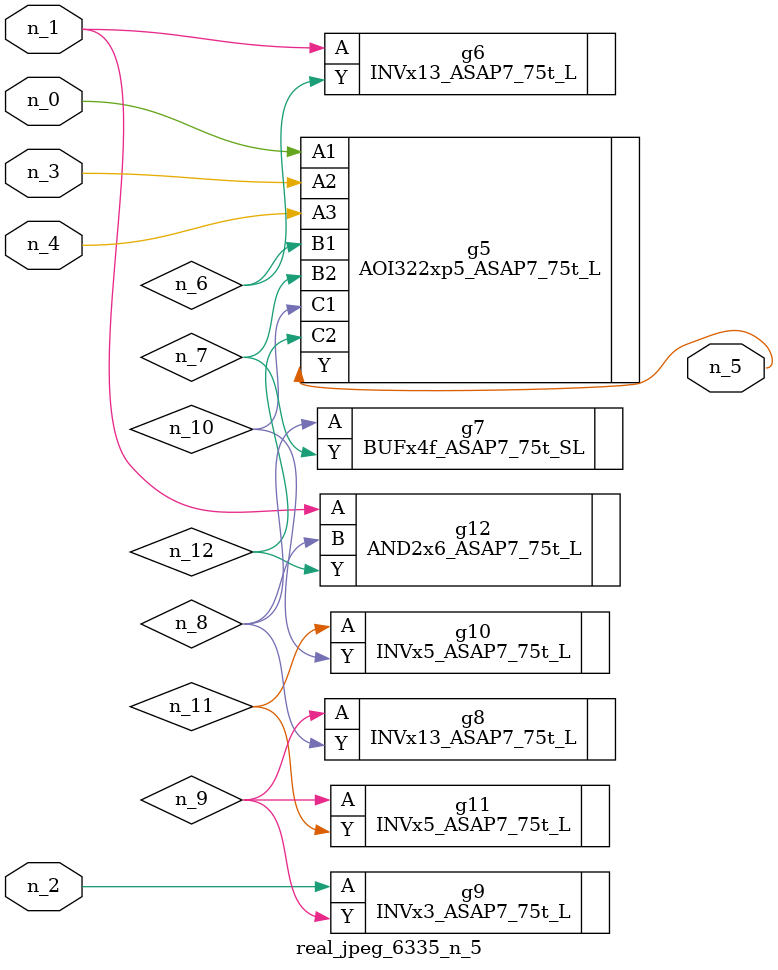
<source format=v>
module real_jpeg_6335_n_5 (n_4, n_0, n_1, n_2, n_3, n_5);

input n_4;
input n_0;
input n_1;
input n_2;
input n_3;

output n_5;

wire n_12;
wire n_8;
wire n_11;
wire n_6;
wire n_7;
wire n_10;
wire n_9;

AOI322xp5_ASAP7_75t_L g5 ( 
.A1(n_0),
.A2(n_3),
.A3(n_4),
.B1(n_6),
.B2(n_7),
.C1(n_10),
.C2(n_12),
.Y(n_5)
);

INVx13_ASAP7_75t_L g6 ( 
.A(n_1),
.Y(n_6)
);

AND2x6_ASAP7_75t_L g12 ( 
.A(n_1),
.B(n_8),
.Y(n_12)
);

INVx3_ASAP7_75t_L g9 ( 
.A(n_2),
.Y(n_9)
);

BUFx4f_ASAP7_75t_SL g7 ( 
.A(n_8),
.Y(n_7)
);

INVx13_ASAP7_75t_L g8 ( 
.A(n_9),
.Y(n_8)
);

INVx5_ASAP7_75t_L g11 ( 
.A(n_9),
.Y(n_11)
);

INVx5_ASAP7_75t_L g10 ( 
.A(n_11),
.Y(n_10)
);


endmodule
</source>
